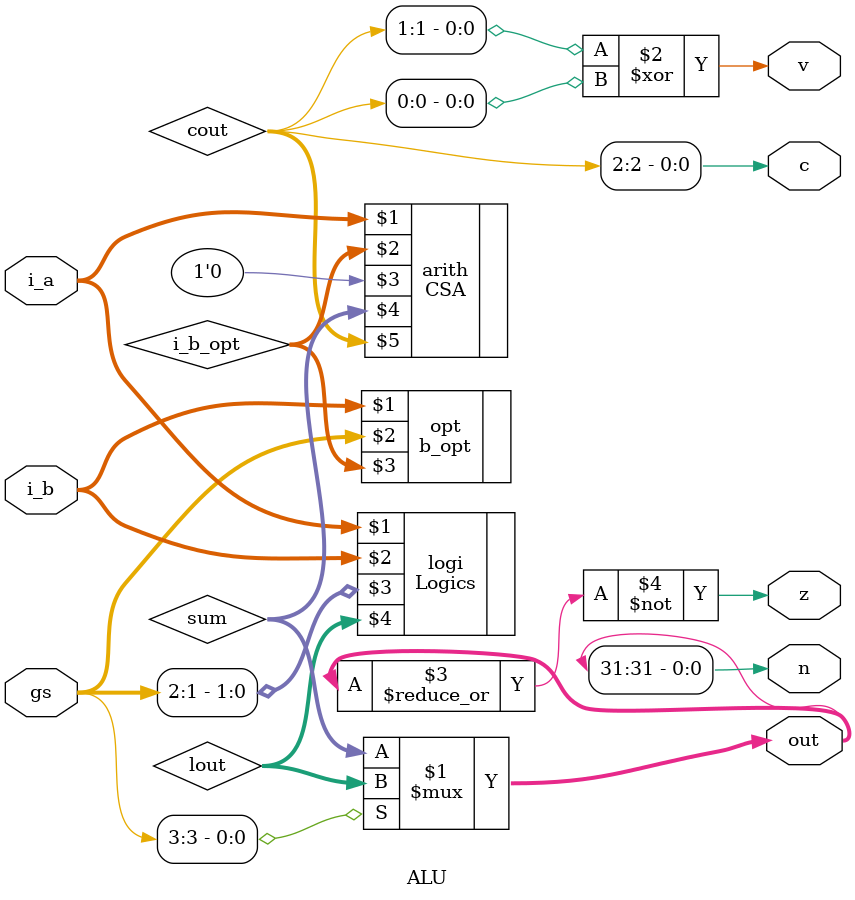
<source format=v>
module ALU  #(
parameter WIDTH = 32
)(
input           [WIDTH-1:0]     i_a, i_b,
input           [3:0]           gs,
output  wire    [WIDTH-1:0]     out,
output                          z,
output                          n,
output                          c,
output                          v
    );
    
    wire 	[WIDTH-1:0]    	 sum;
    wire    [2:0]         	 cout;
    wire	[WIDTH-1:0]		lout;
	wire	[WIDTH-1:0]		i_b_opt;
	
b_opt opt(i_b,gs[3:0],i_b_opt);
CSA arith(i_a,i_b_opt,1'b0,sum,cout);			
Logics logi(i_a,i_b,gs[2:1],lout);
	

assign out  =   (gs[3])?    lout    :   sum;

assign v    =   cout[1]^cout[0];

assign c    =   cout[2];

assign z    =   ~(|out);

assign n    =   out[WIDTH-1];
    
endmodule
</source>
